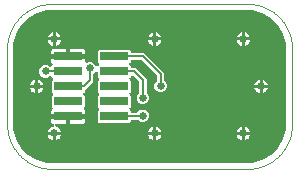
<source format=gbl>
G04 EAGLE Gerber RS-274X export*
G75*
%MOMM*%
%FSLAX35Y35*%
%LPD*%
%INcopper_bottom*%
%IPPOS*%
%AMOC8*
5,1,8,0,0,1.08239X$1,22.5*%
G01*
%ADD10C,0.000000*%
%ADD11R,2.400000X0.760000*%
%ADD12C,0.650000*%
%ADD13C,0.200000*%

G36*
X2032208Y50027D02*
X2032208Y50027D01*
X2032830Y50028D01*
X2074377Y52751D01*
X2074807Y52834D01*
X2075243Y52838D01*
X2076833Y53156D01*
X2157095Y74662D01*
X2157884Y74984D01*
X2158705Y75212D01*
X2159940Y75823D01*
X2160040Y75864D01*
X2160075Y75890D01*
X2160158Y75931D01*
X2232118Y117477D01*
X2232798Y117993D01*
X2233531Y118425D01*
X2234563Y119332D01*
X2234653Y119400D01*
X2234681Y119436D01*
X2234748Y119496D01*
X2293504Y178251D01*
X2294026Y178924D01*
X2294624Y179532D01*
X2295388Y180679D01*
X2295454Y180764D01*
X2295472Y180805D01*
X2295523Y180881D01*
X2337069Y252842D01*
X2337400Y253629D01*
X2337819Y254369D01*
X2338259Y255673D01*
X2338302Y255775D01*
X2338308Y255819D01*
X2338338Y255905D01*
X2359843Y336167D01*
X2359903Y336599D01*
X2360040Y337015D01*
X2360249Y338623D01*
X2360423Y341274D01*
X2360423Y341275D01*
X2360423Y341277D01*
X2361255Y353973D01*
X2361256Y353975D01*
X2361256Y353976D01*
X2362088Y366672D01*
X2362088Y366674D01*
X2362088Y366676D01*
X2362172Y367960D01*
X2362160Y368169D01*
X2362199Y368791D01*
X2362199Y1028209D01*
X2362173Y1028417D01*
X2362172Y1029040D01*
X2360249Y1058377D01*
X2360166Y1058807D01*
X2360162Y1059243D01*
X2359843Y1060833D01*
X2338338Y1141095D01*
X2338016Y1141884D01*
X2337788Y1142705D01*
X2337177Y1143940D01*
X2337136Y1144040D01*
X2337110Y1144075D01*
X2337069Y1144158D01*
X2295523Y1216118D01*
X2295007Y1216798D01*
X2294575Y1217531D01*
X2293668Y1218563D01*
X2293599Y1218653D01*
X2293563Y1218681D01*
X2293504Y1218748D01*
X2234748Y1277504D01*
X2234076Y1278026D01*
X2233468Y1278624D01*
X2232321Y1279388D01*
X2232235Y1279454D01*
X2232195Y1279472D01*
X2232118Y1279523D01*
X2160158Y1321069D01*
X2159371Y1321400D01*
X2158631Y1321819D01*
X2157327Y1322259D01*
X2157225Y1322302D01*
X2157181Y1322308D01*
X2157095Y1322338D01*
X2076833Y1343843D01*
X2076401Y1343903D01*
X2075985Y1344040D01*
X2074377Y1344249D01*
X2032830Y1346972D01*
X2032622Y1346960D01*
X2032000Y1346999D01*
X381000Y1346999D01*
X380792Y1346973D01*
X380169Y1346972D01*
X338623Y1344249D01*
X338193Y1344166D01*
X337756Y1344162D01*
X336167Y1343843D01*
X255905Y1322338D01*
X255116Y1322016D01*
X254295Y1321788D01*
X253060Y1321177D01*
X252960Y1321136D01*
X252924Y1321110D01*
X252842Y1321069D01*
X180881Y1279523D01*
X180202Y1279007D01*
X179468Y1278575D01*
X178437Y1277668D01*
X178347Y1277599D01*
X178318Y1277563D01*
X178251Y1277504D01*
X119496Y1218748D01*
X118974Y1218076D01*
X118376Y1217468D01*
X117612Y1216321D01*
X117546Y1216235D01*
X117528Y1216195D01*
X117477Y1216118D01*
X75931Y1144158D01*
X75600Y1143371D01*
X75181Y1142631D01*
X74741Y1141327D01*
X74698Y1141225D01*
X74691Y1141181D01*
X74662Y1141095D01*
X53156Y1060833D01*
X53097Y1060401D01*
X52960Y1059985D01*
X52751Y1058377D01*
X50803Y1028664D01*
X50803Y1028663D01*
X50803Y1028661D01*
X50028Y1016831D01*
X50040Y1016622D01*
X50000Y1016000D01*
X50000Y381000D01*
X50027Y380792D01*
X50028Y380169D01*
X52751Y338623D01*
X52834Y338193D01*
X52838Y337756D01*
X53156Y336167D01*
X74662Y255905D01*
X74984Y255116D01*
X75212Y254295D01*
X75823Y253060D01*
X75864Y252960D01*
X75890Y252924D01*
X75931Y252842D01*
X117477Y180881D01*
X117993Y180202D01*
X118425Y179468D01*
X119332Y178437D01*
X119400Y178347D01*
X119436Y178318D01*
X119496Y178251D01*
X178251Y119496D01*
X178924Y118974D01*
X179532Y118376D01*
X180679Y117612D01*
X180764Y117546D01*
X180805Y117528D01*
X180881Y117477D01*
X252842Y75931D01*
X253629Y75600D01*
X254369Y75181D01*
X255673Y74741D01*
X255775Y74698D01*
X255819Y74691D01*
X255905Y74662D01*
X336167Y53156D01*
X336599Y53097D01*
X337015Y52960D01*
X338623Y52751D01*
X380169Y50028D01*
X380378Y50040D01*
X381000Y50000D01*
X2032000Y50000D01*
X2032208Y50027D01*
G37*
%LPC*%
G36*
X778715Y386499D02*
X778715Y386499D01*
X766999Y398215D01*
X766999Y490784D01*
X775235Y499020D01*
X775963Y499958D01*
X776750Y500849D01*
X776935Y501211D01*
X777185Y501533D01*
X777657Y502624D01*
X778198Y503681D01*
X778287Y504078D01*
X778449Y504452D01*
X778635Y505623D01*
X778897Y506785D01*
X778884Y507193D01*
X778948Y507594D01*
X778837Y508775D01*
X778802Y509964D01*
X778689Y510356D01*
X778651Y510761D01*
X778249Y511879D01*
X777920Y513021D01*
X777713Y513373D01*
X777576Y513755D01*
X776909Y514738D01*
X776306Y515762D01*
X775906Y516217D01*
X775790Y516388D01*
X775635Y516525D01*
X775235Y516979D01*
X766999Y525215D01*
X766999Y617784D01*
X775235Y626020D01*
X775963Y626958D01*
X776750Y627849D01*
X776935Y628211D01*
X777185Y628533D01*
X777657Y629624D01*
X778198Y630681D01*
X778287Y631078D01*
X778449Y631452D01*
X778635Y632623D01*
X778897Y633785D01*
X778884Y634193D01*
X778948Y634594D01*
X778837Y635775D01*
X778802Y636964D01*
X778689Y637356D01*
X778651Y637761D01*
X778249Y638879D01*
X777920Y640021D01*
X777713Y640373D01*
X777576Y640755D01*
X776909Y641738D01*
X776306Y642762D01*
X775906Y643217D01*
X775790Y643388D01*
X775635Y643525D01*
X775235Y643979D01*
X766999Y652215D01*
X766999Y744784D01*
X775235Y753020D01*
X775963Y753958D01*
X776750Y754849D01*
X776935Y755211D01*
X777185Y755533D01*
X777657Y756624D01*
X778198Y757681D01*
X778287Y758078D01*
X778449Y758452D01*
X778635Y759623D01*
X778897Y760785D01*
X778884Y761193D01*
X778948Y761594D01*
X778837Y762775D01*
X778802Y763964D01*
X778689Y764356D01*
X778651Y764761D01*
X778249Y765879D01*
X777920Y767021D01*
X777713Y767373D01*
X777576Y767755D01*
X776909Y768738D01*
X776306Y769762D01*
X775906Y770217D01*
X775790Y770388D01*
X775635Y770525D01*
X775235Y770979D01*
X766999Y779215D01*
X766999Y812094D01*
X766835Y813399D01*
X766777Y814327D01*
X766732Y814468D01*
X766695Y814855D01*
X766627Y815047D01*
X766601Y815250D01*
X766090Y816541D01*
X765620Y817849D01*
X765505Y818019D01*
X765431Y818208D01*
X764618Y819328D01*
X763835Y820482D01*
X763681Y820618D01*
X763562Y820782D01*
X762493Y821668D01*
X761451Y822588D01*
X761270Y822681D01*
X761112Y822812D01*
X759853Y823405D01*
X758618Y824036D01*
X758419Y824081D01*
X758235Y824168D01*
X756873Y824429D01*
X755515Y824735D01*
X755310Y824729D01*
X755111Y824767D01*
X753730Y824682D01*
X752335Y824640D01*
X752138Y824583D01*
X751936Y824571D01*
X750621Y824146D01*
X749279Y823758D01*
X749102Y823654D01*
X748909Y823592D01*
X748230Y823163D01*
X748055Y823093D01*
X747650Y822799D01*
X746538Y822144D01*
X746327Y821959D01*
X746220Y821892D01*
X746076Y821738D01*
X745547Y821273D01*
X745481Y821225D01*
X745449Y821187D01*
X745320Y821073D01*
X733720Y809473D01*
X733117Y808695D01*
X732439Y807976D01*
X732144Y807442D01*
X731770Y806960D01*
X731378Y806056D01*
X730901Y805191D01*
X730748Y804599D01*
X730506Y804041D01*
X730352Y803068D01*
X730104Y802111D01*
X730039Y801103D01*
X730007Y800899D01*
X730018Y800776D01*
X730000Y800493D01*
X730000Y737573D01*
X708707Y716280D01*
X660720Y668293D01*
X660117Y667515D01*
X659439Y666796D01*
X659144Y666261D01*
X658770Y665780D01*
X658378Y664875D01*
X657901Y664011D01*
X657748Y663419D01*
X657506Y662860D01*
X657352Y661888D01*
X657104Y660931D01*
X657039Y659923D01*
X657007Y659719D01*
X657018Y659596D01*
X657000Y659313D01*
X657000Y652215D01*
X648765Y643980D01*
X648035Y643040D01*
X647250Y642151D01*
X647064Y641788D01*
X646815Y641467D01*
X646343Y640376D01*
X645802Y639318D01*
X645713Y638921D01*
X645551Y638548D01*
X645365Y637376D01*
X645103Y636215D01*
X645115Y635807D01*
X645052Y635406D01*
X645163Y634224D01*
X645198Y633035D01*
X645311Y632644D01*
X645349Y632238D01*
X645750Y631121D01*
X646080Y629979D01*
X646287Y629627D01*
X646424Y629245D01*
X647090Y628262D01*
X647694Y627238D01*
X648093Y626783D01*
X648210Y626612D01*
X648365Y626475D01*
X648765Y626020D01*
X657000Y617785D01*
X657000Y525215D01*
X652583Y520798D01*
X651854Y519859D01*
X651068Y518969D01*
X650882Y518606D01*
X650633Y518285D01*
X650161Y517196D01*
X649620Y516136D01*
X649530Y515738D01*
X649369Y515366D01*
X649183Y514195D01*
X648921Y513033D01*
X648933Y512625D01*
X648870Y512224D01*
X648981Y511043D01*
X649016Y509853D01*
X649129Y509462D01*
X649167Y509057D01*
X649569Y507938D01*
X649898Y506797D01*
X650105Y506446D01*
X650242Y506063D01*
X650909Y505080D01*
X651512Y504055D01*
X651911Y503601D01*
X652028Y503430D01*
X652183Y503293D01*
X652583Y502838D01*
X657326Y498095D01*
X660669Y492304D01*
X662400Y485844D01*
X662400Y463499D01*
X523302Y463499D01*
X522122Y463350D01*
X520938Y463277D01*
X520551Y463152D01*
X520146Y463101D01*
X519040Y462663D01*
X517911Y462298D01*
X517566Y462080D01*
X517188Y461931D01*
X516970Y461773D01*
X516436Y462024D01*
X515395Y462599D01*
X515000Y462701D01*
X514633Y462874D01*
X513468Y463098D01*
X512316Y463396D01*
X511711Y463435D01*
X511508Y463473D01*
X511303Y463461D01*
X510698Y463499D01*
X371599Y463499D01*
X371599Y485844D01*
X373330Y492304D01*
X376674Y498095D01*
X381417Y502838D01*
X382145Y503777D01*
X382932Y504668D01*
X383118Y505030D01*
X383367Y505352D01*
X383838Y506440D01*
X384380Y507500D01*
X384470Y507898D01*
X384631Y508271D01*
X384817Y509441D01*
X385078Y510603D01*
X385066Y511011D01*
X385130Y511412D01*
X385019Y512593D01*
X384984Y513783D01*
X384871Y514174D01*
X384833Y514579D01*
X384431Y515698D01*
X384102Y516840D01*
X383895Y517191D01*
X383758Y517573D01*
X383091Y518557D01*
X382488Y519581D01*
X382088Y520035D01*
X381972Y520206D01*
X381817Y520343D01*
X381417Y520798D01*
X376999Y525215D01*
X376999Y617785D01*
X385235Y626020D01*
X385963Y626959D01*
X386750Y627849D01*
X386935Y628211D01*
X387185Y628533D01*
X387657Y629623D01*
X388198Y630682D01*
X388288Y631080D01*
X388449Y631453D01*
X388635Y632623D01*
X388897Y633785D01*
X388884Y634193D01*
X388948Y634594D01*
X388838Y635774D01*
X388802Y636965D01*
X388688Y637358D01*
X388651Y637762D01*
X388249Y638879D01*
X387920Y640021D01*
X387713Y640372D01*
X387576Y640756D01*
X386908Y641740D01*
X386306Y642763D01*
X385906Y643217D01*
X385790Y643388D01*
X385635Y643525D01*
X385235Y643980D01*
X376999Y652215D01*
X376999Y744785D01*
X385235Y753020D01*
X385963Y753959D01*
X386750Y754849D01*
X386935Y755211D01*
X387185Y755533D01*
X387657Y756623D01*
X388198Y757682D01*
X388288Y758080D01*
X388449Y758453D01*
X388635Y759623D01*
X388897Y760785D01*
X388884Y761193D01*
X388948Y761594D01*
X388838Y762774D01*
X388802Y763965D01*
X388688Y764358D01*
X388651Y764762D01*
X388249Y765879D01*
X387920Y767021D01*
X387713Y767372D01*
X387576Y767756D01*
X386908Y768740D01*
X386306Y769763D01*
X385906Y770217D01*
X385790Y770388D01*
X385635Y770525D01*
X385235Y770980D01*
X373960Y782254D01*
X373020Y782984D01*
X372131Y783769D01*
X371769Y783954D01*
X371447Y784204D01*
X370354Y784678D01*
X369298Y785217D01*
X368902Y785307D01*
X368528Y785468D01*
X367354Y785655D01*
X366195Y785916D01*
X365788Y785903D01*
X365386Y785967D01*
X364203Y785856D01*
X363015Y785821D01*
X362624Y785708D01*
X362219Y785670D01*
X361103Y785269D01*
X359959Y784939D01*
X359607Y784732D01*
X359225Y784594D01*
X358243Y783929D01*
X357218Y783325D01*
X356763Y782925D01*
X356592Y782809D01*
X356455Y782654D01*
X356000Y782254D01*
X354738Y780992D01*
X335443Y772999D01*
X314557Y772999D01*
X295260Y780992D01*
X280492Y795760D01*
X272499Y815057D01*
X272499Y835943D01*
X280492Y855239D01*
X295260Y870008D01*
X314557Y878000D01*
X335443Y878000D01*
X354738Y870008D01*
X356000Y868746D01*
X356937Y868019D01*
X357829Y867231D01*
X358193Y867045D01*
X358514Y866796D01*
X359602Y866325D01*
X360662Y865783D01*
X361059Y865693D01*
X361433Y865532D01*
X362604Y865345D01*
X363765Y865084D01*
X364173Y865096D01*
X364574Y865033D01*
X365756Y865143D01*
X366945Y865179D01*
X367336Y865292D01*
X367742Y865330D01*
X368860Y865731D01*
X370002Y866061D01*
X370352Y866267D01*
X370736Y866405D01*
X371718Y867071D01*
X372743Y867674D01*
X373199Y868075D01*
X373368Y868190D01*
X373505Y868344D01*
X373960Y868745D01*
X381167Y875952D01*
X381896Y876891D01*
X382682Y877781D01*
X382868Y878144D01*
X383117Y878465D01*
X383588Y879554D01*
X384130Y880613D01*
X384220Y881012D01*
X384381Y881384D01*
X384567Y882555D01*
X384828Y883717D01*
X384816Y884125D01*
X384880Y884526D01*
X384769Y885707D01*
X384734Y886897D01*
X384621Y887288D01*
X384583Y887693D01*
X384181Y888811D01*
X383852Y889953D01*
X383645Y890304D01*
X383508Y890687D01*
X382841Y891670D01*
X382238Y892694D01*
X381838Y893148D01*
X381722Y893320D01*
X381567Y893457D01*
X381167Y893912D01*
X376174Y898904D01*
X372830Y904695D01*
X371099Y911155D01*
X371099Y933500D01*
X510198Y933500D01*
X511378Y933649D01*
X512562Y933722D01*
X512949Y933848D01*
X513354Y933898D01*
X514459Y934336D01*
X515589Y934701D01*
X515933Y934919D01*
X516312Y935069D01*
X516530Y935227D01*
X517064Y934975D01*
X518104Y934401D01*
X518499Y934298D01*
X518867Y934125D01*
X520032Y933902D01*
X521184Y933603D01*
X521789Y933565D01*
X521991Y933526D01*
X522197Y933539D01*
X522802Y933500D01*
X661900Y933500D01*
X661900Y910050D01*
X661963Y909558D01*
X661939Y909065D01*
X662161Y907988D01*
X662299Y906894D01*
X662481Y906433D01*
X662581Y905949D01*
X663064Y904960D01*
X663469Y903936D01*
X663760Y903536D01*
X663977Y903091D01*
X664692Y902251D01*
X665338Y901362D01*
X665719Y901046D01*
X666040Y900669D01*
X666940Y900035D01*
X667788Y899333D01*
X668236Y899121D01*
X668640Y898836D01*
X669669Y898445D01*
X670665Y897976D01*
X671150Y897883D01*
X671614Y897707D01*
X672709Y897584D01*
X673789Y897377D01*
X674283Y897408D01*
X674775Y897352D01*
X675867Y897505D01*
X676964Y897573D01*
X677434Y897725D01*
X677925Y897794D01*
X679460Y898318D01*
X689557Y902500D01*
X710443Y902500D01*
X729739Y894508D01*
X744508Y879739D01*
X746152Y875770D01*
X746397Y875340D01*
X746564Y874874D01*
X747182Y873963D01*
X747727Y873006D01*
X748072Y872651D01*
X748349Y872241D01*
X749176Y871511D01*
X749940Y870721D01*
X750361Y870463D01*
X750733Y870134D01*
X751716Y869632D01*
X752652Y869058D01*
X753124Y868912D01*
X753566Y868687D01*
X754640Y868445D01*
X755692Y868120D01*
X756186Y868097D01*
X756669Y867988D01*
X757770Y868021D01*
X758869Y867968D01*
X759354Y868068D01*
X759849Y868083D01*
X760908Y868388D01*
X761985Y868610D01*
X762429Y868827D01*
X762905Y868964D01*
X763855Y869523D01*
X764843Y870006D01*
X765220Y870327D01*
X765647Y870578D01*
X766864Y871649D01*
X774735Y879520D01*
X775463Y880458D01*
X776250Y881349D01*
X776435Y881711D01*
X776685Y882033D01*
X777157Y883124D01*
X777698Y884181D01*
X777787Y884578D01*
X777949Y884952D01*
X778135Y886123D01*
X778397Y887285D01*
X778384Y887693D01*
X778448Y888094D01*
X778337Y889275D01*
X778302Y890464D01*
X778189Y890856D01*
X778151Y891261D01*
X777749Y892379D01*
X777420Y893521D01*
X777213Y893873D01*
X777076Y894255D01*
X776408Y895239D01*
X775806Y896262D01*
X775408Y896715D01*
X775290Y896888D01*
X775134Y897026D01*
X774735Y897479D01*
X765999Y906215D01*
X765999Y998785D01*
X777715Y1010500D01*
X1034285Y1010500D01*
X1046000Y998785D01*
X1046000Y995200D01*
X1046149Y994020D01*
X1046223Y992835D01*
X1046348Y992448D01*
X1046399Y992044D01*
X1046836Y990938D01*
X1047202Y989808D01*
X1047419Y989464D01*
X1047569Y989086D01*
X1048265Y988126D01*
X1048902Y987120D01*
X1049199Y986840D01*
X1049438Y986511D01*
X1050351Y985754D01*
X1051217Y984939D01*
X1051573Y984742D01*
X1051888Y984482D01*
X1052962Y983975D01*
X1054002Y983401D01*
X1054397Y983299D01*
X1054765Y983125D01*
X1055930Y982902D01*
X1057082Y982604D01*
X1057687Y982565D01*
X1057889Y982526D01*
X1058095Y982539D01*
X1058700Y982500D01*
X1159927Y982500D01*
X1330000Y812427D01*
X1330000Y749507D01*
X1330124Y748529D01*
X1330153Y747542D01*
X1330323Y746955D01*
X1330399Y746351D01*
X1330761Y745435D01*
X1331035Y744485D01*
X1331345Y743959D01*
X1331569Y743393D01*
X1332148Y742595D01*
X1332649Y741744D01*
X1333316Y740987D01*
X1333438Y740818D01*
X1333533Y740739D01*
X1333720Y740527D01*
X1344508Y729739D01*
X1352500Y710443D01*
X1352500Y689557D01*
X1344508Y670260D01*
X1329739Y655492D01*
X1310443Y647499D01*
X1289557Y647499D01*
X1270260Y655492D01*
X1255492Y670260D01*
X1247499Y689557D01*
X1247499Y710443D01*
X1255492Y729739D01*
X1266280Y740527D01*
X1266883Y741305D01*
X1267561Y742024D01*
X1267856Y742558D01*
X1268230Y743040D01*
X1268621Y743944D01*
X1269099Y744809D01*
X1269252Y745401D01*
X1269494Y745959D01*
X1269648Y746932D01*
X1269896Y747889D01*
X1269960Y748897D01*
X1269993Y749101D01*
X1269981Y749224D01*
X1269999Y749507D01*
X1269999Y782313D01*
X1269876Y783290D01*
X1269847Y784278D01*
X1269677Y784864D01*
X1269601Y785469D01*
X1269239Y786384D01*
X1268965Y787334D01*
X1268655Y787861D01*
X1268431Y788427D01*
X1267852Y789225D01*
X1267351Y790075D01*
X1266684Y790833D01*
X1266562Y791001D01*
X1266466Y791081D01*
X1266280Y791293D01*
X1138793Y918780D01*
X1138015Y919383D01*
X1137295Y920061D01*
X1136761Y920356D01*
X1136279Y920730D01*
X1135375Y921121D01*
X1134510Y921599D01*
X1133918Y921752D01*
X1133360Y921994D01*
X1132388Y922148D01*
X1131431Y922396D01*
X1130423Y922460D01*
X1130218Y922493D01*
X1130096Y922481D01*
X1129813Y922499D01*
X1058700Y922499D01*
X1057520Y922350D01*
X1056335Y922277D01*
X1055948Y922152D01*
X1055544Y922101D01*
X1054438Y921663D01*
X1053308Y921298D01*
X1052964Y921080D01*
X1052586Y920931D01*
X1051626Y920234D01*
X1050620Y919598D01*
X1050340Y919300D01*
X1050011Y919062D01*
X1049254Y918148D01*
X1048439Y917283D01*
X1048242Y916926D01*
X1047982Y916612D01*
X1047475Y915538D01*
X1046901Y914498D01*
X1046799Y914103D01*
X1046625Y913735D01*
X1046402Y912570D01*
X1046104Y911418D01*
X1046065Y910813D01*
X1046026Y910611D01*
X1046039Y910405D01*
X1046000Y909800D01*
X1046000Y906215D01*
X1038265Y898479D01*
X1037537Y897541D01*
X1036750Y896650D01*
X1036565Y896288D01*
X1036315Y895966D01*
X1035842Y894874D01*
X1035302Y893818D01*
X1035213Y893421D01*
X1035051Y893047D01*
X1034864Y891875D01*
X1034603Y890714D01*
X1034615Y890306D01*
X1034552Y889905D01*
X1034662Y888726D01*
X1034698Y887535D01*
X1034811Y887142D01*
X1034849Y886738D01*
X1035250Y885620D01*
X1035580Y884478D01*
X1035786Y884128D01*
X1035924Y883744D01*
X1036592Y882760D01*
X1037194Y881737D01*
X1037593Y881283D01*
X1037710Y881111D01*
X1037865Y880974D01*
X1038265Y880520D01*
X1047000Y871784D01*
X1047000Y868200D01*
X1047149Y867020D01*
X1047223Y865835D01*
X1047348Y865448D01*
X1047399Y865044D01*
X1047836Y863938D01*
X1048202Y862808D01*
X1048419Y862464D01*
X1048569Y862086D01*
X1049265Y861126D01*
X1049902Y860120D01*
X1050199Y859840D01*
X1050438Y859511D01*
X1051351Y858754D01*
X1052217Y857939D01*
X1052573Y857742D01*
X1052888Y857482D01*
X1053962Y856975D01*
X1055002Y856401D01*
X1055397Y856299D01*
X1055765Y856125D01*
X1056930Y855902D01*
X1058082Y855604D01*
X1058687Y855565D01*
X1058889Y855526D01*
X1059095Y855539D01*
X1059700Y855500D01*
X1086927Y855500D01*
X1180000Y762427D01*
X1180000Y649507D01*
X1180124Y648528D01*
X1180153Y647542D01*
X1180323Y646955D01*
X1180399Y646351D01*
X1180761Y645435D01*
X1181035Y644485D01*
X1181345Y643959D01*
X1181569Y643393D01*
X1182148Y642595D01*
X1182649Y641744D01*
X1183316Y640987D01*
X1183438Y640818D01*
X1183533Y640739D01*
X1183720Y640527D01*
X1194508Y629739D01*
X1202500Y610443D01*
X1202500Y589557D01*
X1194508Y570260D01*
X1179739Y555492D01*
X1160443Y547499D01*
X1139557Y547499D01*
X1120260Y555492D01*
X1105492Y570260D01*
X1097499Y589557D01*
X1097499Y610443D01*
X1105492Y629739D01*
X1116280Y640527D01*
X1116883Y641305D01*
X1117561Y642024D01*
X1117856Y642558D01*
X1118230Y643040D01*
X1118621Y643944D01*
X1119099Y644809D01*
X1119252Y645401D01*
X1119494Y645959D01*
X1119648Y646932D01*
X1119896Y647889D01*
X1119960Y648897D01*
X1119993Y649101D01*
X1119981Y649224D01*
X1119999Y649507D01*
X1119999Y732313D01*
X1119876Y733290D01*
X1119847Y734278D01*
X1119677Y734864D01*
X1119601Y735469D01*
X1119239Y736384D01*
X1118965Y737334D01*
X1118655Y737861D01*
X1118431Y738427D01*
X1117852Y739225D01*
X1117351Y740075D01*
X1116684Y740833D01*
X1116562Y741001D01*
X1116466Y741081D01*
X1116280Y741293D01*
X1068679Y788893D01*
X1067584Y789743D01*
X1066512Y790631D01*
X1066327Y790718D01*
X1066166Y790843D01*
X1064893Y791394D01*
X1063634Y791988D01*
X1063434Y792026D01*
X1063247Y792107D01*
X1061877Y792325D01*
X1060510Y792587D01*
X1060307Y792574D01*
X1060105Y792606D01*
X1058723Y792476D01*
X1057335Y792391D01*
X1057141Y792328D01*
X1056938Y792309D01*
X1055629Y791839D01*
X1054308Y791412D01*
X1054137Y791303D01*
X1053944Y791234D01*
X1052796Y790455D01*
X1051620Y789711D01*
X1051479Y789562D01*
X1051312Y789448D01*
X1050395Y788411D01*
X1049439Y787396D01*
X1049340Y787217D01*
X1049205Y787064D01*
X1048574Y785830D01*
X1047901Y784611D01*
X1047850Y784413D01*
X1047757Y784232D01*
X1047452Y782878D01*
X1047104Y781531D01*
X1047086Y781250D01*
X1047058Y781128D01*
X1047065Y780920D01*
X1047000Y779913D01*
X1047000Y779215D01*
X1038765Y770979D01*
X1038037Y770041D01*
X1037250Y769150D01*
X1037065Y768788D01*
X1036815Y768466D01*
X1036343Y767377D01*
X1035802Y766318D01*
X1035712Y765919D01*
X1035551Y765547D01*
X1035365Y764377D01*
X1035103Y763214D01*
X1035115Y762806D01*
X1035052Y762405D01*
X1035162Y761226D01*
X1035198Y760035D01*
X1035311Y759642D01*
X1035349Y759238D01*
X1035750Y758120D01*
X1036080Y756978D01*
X1036286Y756628D01*
X1036424Y756244D01*
X1037092Y755260D01*
X1037694Y754237D01*
X1038093Y753783D01*
X1038210Y753611D01*
X1038365Y753474D01*
X1038765Y753020D01*
X1047000Y744784D01*
X1047000Y652215D01*
X1038765Y643979D01*
X1038037Y643041D01*
X1037250Y642150D01*
X1037065Y641788D01*
X1036815Y641466D01*
X1036343Y640377D01*
X1035802Y639318D01*
X1035712Y638919D01*
X1035551Y638547D01*
X1035365Y637377D01*
X1035103Y636214D01*
X1035115Y635806D01*
X1035052Y635405D01*
X1035162Y634226D01*
X1035198Y633035D01*
X1035311Y632642D01*
X1035349Y632238D01*
X1035750Y631120D01*
X1036080Y629978D01*
X1036286Y629628D01*
X1036424Y629244D01*
X1037092Y628260D01*
X1037694Y627237D01*
X1038093Y626783D01*
X1038210Y626611D01*
X1038365Y626474D01*
X1038765Y626020D01*
X1047000Y617784D01*
X1047000Y525215D01*
X1038765Y516979D01*
X1038037Y516041D01*
X1037250Y515150D01*
X1037065Y514788D01*
X1036815Y514466D01*
X1036343Y513377D01*
X1035802Y512318D01*
X1035712Y511919D01*
X1035551Y511547D01*
X1035365Y510377D01*
X1035103Y509214D01*
X1035115Y508806D01*
X1035052Y508405D01*
X1035162Y507226D01*
X1035198Y506035D01*
X1035311Y505642D01*
X1035349Y505238D01*
X1035750Y504120D01*
X1036080Y502978D01*
X1036286Y502628D01*
X1036424Y502244D01*
X1037092Y501260D01*
X1037694Y500237D01*
X1038093Y499783D01*
X1038210Y499611D01*
X1038365Y499474D01*
X1038765Y499020D01*
X1047000Y490784D01*
X1047000Y487200D01*
X1047149Y486020D01*
X1047223Y484835D01*
X1047348Y484448D01*
X1047399Y484044D01*
X1047836Y482938D01*
X1048202Y481808D01*
X1048419Y481464D01*
X1048569Y481086D01*
X1049265Y480126D01*
X1049902Y479120D01*
X1050199Y478840D01*
X1050438Y478511D01*
X1051351Y477754D01*
X1052217Y476939D01*
X1052573Y476742D01*
X1052888Y476482D01*
X1053962Y475975D01*
X1055002Y475401D01*
X1055397Y475299D01*
X1055765Y475125D01*
X1056930Y474902D01*
X1058082Y474604D01*
X1058687Y474565D01*
X1058889Y474526D01*
X1059095Y474539D01*
X1059700Y474500D01*
X1094993Y474500D01*
X1095971Y474624D01*
X1096958Y474653D01*
X1097545Y474823D01*
X1098149Y474899D01*
X1099065Y475261D01*
X1100014Y475535D01*
X1100541Y475845D01*
X1101107Y476069D01*
X1101905Y476648D01*
X1102756Y477149D01*
X1103513Y477816D01*
X1103682Y477938D01*
X1103761Y478033D01*
X1103973Y478220D01*
X1120260Y494508D01*
X1139557Y502500D01*
X1160443Y502500D01*
X1179739Y494508D01*
X1194508Y479739D01*
X1202500Y460443D01*
X1202500Y439557D01*
X1194508Y420260D01*
X1179739Y405492D01*
X1160443Y397499D01*
X1139557Y397499D01*
X1120260Y405492D01*
X1114973Y410780D01*
X1114195Y411383D01*
X1113476Y412061D01*
X1112941Y412356D01*
X1112460Y412730D01*
X1111555Y413121D01*
X1110691Y413599D01*
X1110099Y413752D01*
X1109540Y413994D01*
X1108568Y414148D01*
X1107611Y414396D01*
X1106603Y414460D01*
X1106399Y414493D01*
X1106276Y414481D01*
X1105993Y414499D01*
X1059700Y414499D01*
X1058520Y414350D01*
X1057335Y414277D01*
X1056948Y414152D01*
X1056544Y414101D01*
X1055438Y413663D01*
X1054308Y413298D01*
X1053964Y413080D01*
X1053586Y412931D01*
X1052626Y412234D01*
X1051620Y411598D01*
X1051340Y411300D01*
X1051011Y411062D01*
X1050254Y410148D01*
X1049439Y409283D01*
X1049242Y408926D01*
X1048982Y408612D01*
X1048475Y407538D01*
X1047901Y406498D01*
X1047799Y406103D01*
X1047625Y405735D01*
X1047402Y404570D01*
X1047104Y403418D01*
X1047065Y402813D01*
X1047026Y402611D01*
X1047039Y402405D01*
X1047000Y401800D01*
X1047000Y398215D01*
X1035285Y386499D01*
X778715Y386499D01*
G37*
%LPD*%
%LPC*%
G36*
X399997Y312701D02*
X399997Y312701D01*
X343491Y312701D01*
X344324Y316888D01*
X348689Y327427D01*
X355026Y336910D01*
X363090Y344974D01*
X372573Y351310D01*
X383111Y355675D01*
X390203Y357086D01*
X390470Y357175D01*
X390750Y357208D01*
X391975Y357677D01*
X393221Y358093D01*
X393458Y358245D01*
X393721Y358346D01*
X394788Y359104D01*
X395893Y359817D01*
X396086Y360025D01*
X396315Y360188D01*
X397160Y361187D01*
X398054Y362152D01*
X398188Y362401D01*
X398370Y362616D01*
X398943Y363798D01*
X399566Y364951D01*
X399634Y365224D01*
X399757Y365478D01*
X400018Y366765D01*
X400335Y368038D01*
X400333Y368320D01*
X400389Y368596D01*
X400323Y369907D01*
X400313Y371219D01*
X400242Y371491D01*
X400227Y371773D01*
X399836Y373028D01*
X399502Y374294D01*
X399364Y374540D01*
X399280Y374810D01*
X398590Y375928D01*
X397951Y377072D01*
X397757Y377276D01*
X397608Y377516D01*
X396661Y378428D01*
X395758Y379377D01*
X395520Y379526D01*
X395316Y379722D01*
X394171Y380371D01*
X393062Y381065D01*
X392794Y381150D01*
X392548Y381289D01*
X391012Y381808D01*
X387195Y382830D01*
X381403Y386174D01*
X376674Y390903D01*
X373330Y396695D01*
X371599Y403155D01*
X371599Y425500D01*
X498000Y425500D01*
X498000Y381099D01*
X418011Y381099D01*
X417664Y381056D01*
X417315Y381080D01*
X416090Y380857D01*
X414855Y380701D01*
X414530Y380572D01*
X414186Y380509D01*
X413055Y379989D01*
X411897Y379531D01*
X411614Y379325D01*
X411296Y379179D01*
X410331Y378393D01*
X409323Y377662D01*
X409099Y377392D01*
X408828Y377172D01*
X408089Y376173D01*
X407293Y375212D01*
X407144Y374895D01*
X406936Y374614D01*
X406469Y373463D01*
X405937Y372335D01*
X405871Y371991D01*
X405739Y371667D01*
X405573Y370435D01*
X405338Y369211D01*
X405359Y368861D01*
X405313Y368515D01*
X405458Y367277D01*
X405534Y366036D01*
X405641Y365704D01*
X405682Y365355D01*
X406131Y364190D01*
X406513Y363009D01*
X406700Y362713D01*
X406826Y362387D01*
X407548Y361372D01*
X408213Y360321D01*
X408468Y360081D01*
X408671Y359795D01*
X409624Y358992D01*
X410529Y358139D01*
X410835Y357970D01*
X411103Y357744D01*
X412224Y357203D01*
X413314Y356601D01*
X413653Y356513D01*
X413968Y356362D01*
X415534Y355944D01*
X416890Y355675D01*
X427427Y351310D01*
X436910Y344974D01*
X444974Y336910D01*
X451310Y327427D01*
X455675Y316888D01*
X456508Y312701D01*
X400003Y312701D01*
X400001Y312700D01*
X399997Y312701D01*
G37*
%LPD*%
%LPC*%
G36*
X535499Y971499D02*
X535499Y971499D01*
X535499Y1015900D01*
X639844Y1015900D01*
X646304Y1014169D01*
X652096Y1010825D01*
X656825Y1006096D01*
X660169Y1000304D01*
X661900Y993844D01*
X661900Y971499D01*
X535499Y971499D01*
G37*
%LPD*%
%LPC*%
G36*
X371099Y971499D02*
X371099Y971499D01*
X371099Y993844D01*
X372830Y1000304D01*
X376174Y1006096D01*
X380903Y1010825D01*
X386695Y1014169D01*
X393155Y1015900D01*
X497500Y1015900D01*
X497500Y971499D01*
X371099Y971499D01*
G37*
%LPD*%
%LPC*%
G36*
X535999Y381099D02*
X535999Y381099D01*
X535999Y425500D01*
X662400Y425500D01*
X662400Y403155D01*
X660669Y396695D01*
X657325Y390903D01*
X652596Y386174D01*
X646804Y382830D01*
X640344Y381099D01*
X535999Y381099D01*
G37*
%LPD*%
%LPC*%
G36*
X1262701Y1112701D02*
X1262701Y1112701D01*
X1262701Y1156508D01*
X1266888Y1155675D01*
X1277427Y1151310D01*
X1286910Y1144974D01*
X1294974Y1136910D01*
X1301310Y1127427D01*
X1305675Y1116888D01*
X1306508Y1112701D01*
X1262701Y1112701D01*
G37*
%LPD*%
%LPC*%
G36*
X412701Y1112701D02*
X412701Y1112701D01*
X412701Y1156508D01*
X416888Y1155675D01*
X427427Y1151310D01*
X436910Y1144974D01*
X444974Y1136910D01*
X451310Y1127427D01*
X455675Y1116888D01*
X456508Y1112701D01*
X412701Y1112701D01*
G37*
%LPD*%
%LPC*%
G36*
X2012701Y1112701D02*
X2012701Y1112701D01*
X2012701Y1156508D01*
X2016888Y1155675D01*
X2027427Y1151310D01*
X2036910Y1144974D01*
X2044974Y1136910D01*
X2051310Y1127427D01*
X2055675Y1116888D01*
X2056508Y1112701D01*
X2012701Y1112701D01*
G37*
%LPD*%
%LPC*%
G36*
X2162701Y712701D02*
X2162701Y712701D01*
X2162701Y756508D01*
X2166888Y755675D01*
X2177427Y751310D01*
X2186910Y744974D01*
X2194974Y736910D01*
X2201310Y727427D01*
X2205675Y716888D01*
X2206508Y712701D01*
X2162701Y712701D01*
G37*
%LPD*%
%LPC*%
G36*
X262701Y712701D02*
X262701Y712701D01*
X262701Y756508D01*
X266888Y755675D01*
X277427Y751310D01*
X286910Y744974D01*
X294974Y736910D01*
X301310Y727427D01*
X305675Y716888D01*
X306508Y712701D01*
X262701Y712701D01*
G37*
%LPD*%
%LPC*%
G36*
X1262701Y312701D02*
X1262701Y312701D01*
X1262701Y356508D01*
X1266888Y355675D01*
X1277427Y351310D01*
X1286910Y344974D01*
X1294974Y336910D01*
X1301310Y327427D01*
X1305675Y316888D01*
X1306508Y312701D01*
X1262701Y312701D01*
G37*
%LPD*%
%LPC*%
G36*
X2012701Y312701D02*
X2012701Y312701D01*
X2012701Y356508D01*
X2016888Y355675D01*
X2027427Y351310D01*
X2036910Y344974D01*
X2044974Y336910D01*
X2051310Y327427D01*
X2055675Y316888D01*
X2056508Y312701D01*
X2012701Y312701D01*
G37*
%LPD*%
%LPC*%
G36*
X343491Y1112701D02*
X343491Y1112701D01*
X344324Y1116888D01*
X348689Y1127427D01*
X355026Y1136910D01*
X363090Y1144974D01*
X372573Y1151310D01*
X383111Y1155675D01*
X387299Y1156508D01*
X387299Y1112701D01*
X343491Y1112701D01*
G37*
%LPD*%
%LPC*%
G36*
X1193491Y1112701D02*
X1193491Y1112701D01*
X1194324Y1116888D01*
X1198689Y1127427D01*
X1205026Y1136910D01*
X1213090Y1144974D01*
X1222573Y1151310D01*
X1233111Y1155675D01*
X1237299Y1156508D01*
X1237299Y1112701D01*
X1193491Y1112701D01*
G37*
%LPD*%
%LPC*%
G36*
X1943491Y1112701D02*
X1943491Y1112701D01*
X1944324Y1116888D01*
X1948689Y1127427D01*
X1955026Y1136910D01*
X1963090Y1144974D01*
X1972573Y1151310D01*
X1983111Y1155675D01*
X1987299Y1156508D01*
X1987299Y1112701D01*
X1943491Y1112701D01*
G37*
%LPD*%
%LPC*%
G36*
X2012701Y1087299D02*
X2012701Y1087299D01*
X2056508Y1087299D01*
X2055675Y1083111D01*
X2051310Y1072573D01*
X2044974Y1063090D01*
X2036910Y1055026D01*
X2027427Y1048689D01*
X2016888Y1044324D01*
X2012701Y1043491D01*
X2012701Y1087299D01*
G37*
%LPD*%
%LPC*%
G36*
X1262701Y1087299D02*
X1262701Y1087299D01*
X1306508Y1087299D01*
X1305675Y1083111D01*
X1301310Y1072573D01*
X1294974Y1063090D01*
X1286910Y1055026D01*
X1277427Y1048689D01*
X1266888Y1044324D01*
X1262701Y1043491D01*
X1262701Y1087299D01*
G37*
%LPD*%
%LPC*%
G36*
X412701Y1087299D02*
X412701Y1087299D01*
X456508Y1087299D01*
X455675Y1083111D01*
X451310Y1072573D01*
X444974Y1063090D01*
X436910Y1055026D01*
X427427Y1048689D01*
X416888Y1044324D01*
X412701Y1043491D01*
X412701Y1087299D01*
G37*
%LPD*%
%LPC*%
G36*
X262701Y687299D02*
X262701Y687299D01*
X306508Y687299D01*
X305675Y683111D01*
X301310Y672573D01*
X294974Y663090D01*
X286910Y655026D01*
X277427Y648689D01*
X266888Y644324D01*
X262701Y643491D01*
X262701Y687299D01*
G37*
%LPD*%
%LPC*%
G36*
X2093491Y712701D02*
X2093491Y712701D01*
X2094324Y716888D01*
X2098689Y727427D01*
X2105026Y736910D01*
X2113090Y744974D01*
X2122573Y751310D01*
X2133111Y755675D01*
X2137299Y756508D01*
X2137299Y712701D01*
X2093491Y712701D01*
G37*
%LPD*%
%LPC*%
G36*
X193491Y712701D02*
X193491Y712701D01*
X194324Y716888D01*
X198689Y727427D01*
X205026Y736910D01*
X213090Y744974D01*
X222573Y751310D01*
X233111Y755675D01*
X237299Y756508D01*
X237299Y712701D01*
X193491Y712701D01*
G37*
%LPD*%
%LPC*%
G36*
X2162701Y687299D02*
X2162701Y687299D01*
X2206508Y687299D01*
X2205675Y683111D01*
X2201310Y672573D01*
X2194974Y663090D01*
X2186910Y655026D01*
X2177427Y648689D01*
X2166888Y644324D01*
X2162701Y643491D01*
X2162701Y687299D01*
G37*
%LPD*%
%LPC*%
G36*
X1193491Y312701D02*
X1193491Y312701D01*
X1194324Y316888D01*
X1198689Y327427D01*
X1205026Y336910D01*
X1213090Y344974D01*
X1222573Y351310D01*
X1233111Y355675D01*
X1237299Y356508D01*
X1237299Y312701D01*
X1193491Y312701D01*
G37*
%LPD*%
%LPC*%
G36*
X1943491Y312701D02*
X1943491Y312701D01*
X1944324Y316888D01*
X1948689Y327427D01*
X1955026Y336910D01*
X1963090Y344974D01*
X1972573Y351310D01*
X1983111Y355675D01*
X1987299Y356508D01*
X1987299Y312701D01*
X1943491Y312701D01*
G37*
%LPD*%
%LPC*%
G36*
X412701Y287299D02*
X412701Y287299D01*
X456508Y287299D01*
X455675Y283111D01*
X451310Y272573D01*
X444974Y263090D01*
X436910Y255026D01*
X427427Y248689D01*
X416888Y244324D01*
X412701Y243491D01*
X412701Y287299D01*
G37*
%LPD*%
%LPC*%
G36*
X2012701Y287299D02*
X2012701Y287299D01*
X2056508Y287299D01*
X2055675Y283111D01*
X2051310Y272573D01*
X2044974Y263090D01*
X2036910Y255026D01*
X2027427Y248689D01*
X2016888Y244324D01*
X2012701Y243491D01*
X2012701Y287299D01*
G37*
%LPD*%
%LPC*%
G36*
X1262701Y287299D02*
X1262701Y287299D01*
X1306508Y287299D01*
X1305675Y283111D01*
X1301310Y272573D01*
X1294974Y263090D01*
X1286910Y255026D01*
X1277427Y248689D01*
X1266888Y244324D01*
X1262701Y243491D01*
X1262701Y287299D01*
G37*
%LPD*%
%LPC*%
G36*
X1983111Y1044324D02*
X1983111Y1044324D01*
X1972573Y1048689D01*
X1963090Y1055026D01*
X1955026Y1063090D01*
X1948689Y1072573D01*
X1944324Y1083111D01*
X1943491Y1087299D01*
X1987299Y1087299D01*
X1987299Y1043491D01*
X1983111Y1044324D01*
G37*
%LPD*%
%LPC*%
G36*
X1233111Y1044324D02*
X1233111Y1044324D01*
X1222573Y1048689D01*
X1213090Y1055026D01*
X1205026Y1063090D01*
X1198689Y1072573D01*
X1194324Y1083111D01*
X1193491Y1087299D01*
X1237299Y1087299D01*
X1237299Y1043491D01*
X1233111Y1044324D01*
G37*
%LPD*%
%LPC*%
G36*
X2133111Y644324D02*
X2133111Y644324D01*
X2122573Y648689D01*
X2113090Y655026D01*
X2105026Y663090D01*
X2098689Y672573D01*
X2094324Y683111D01*
X2093491Y687299D01*
X2137299Y687299D01*
X2137299Y643491D01*
X2133111Y644324D01*
G37*
%LPD*%
%LPC*%
G36*
X233111Y644324D02*
X233111Y644324D01*
X222573Y648689D01*
X213090Y655026D01*
X205026Y663090D01*
X198689Y672573D01*
X194324Y683111D01*
X193491Y687299D01*
X237299Y687299D01*
X237299Y643491D01*
X233111Y644324D01*
G37*
%LPD*%
%LPC*%
G36*
X383111Y1044324D02*
X383111Y1044324D01*
X372573Y1048689D01*
X363090Y1055026D01*
X355026Y1063090D01*
X348689Y1072573D01*
X344324Y1083111D01*
X343491Y1087299D01*
X387299Y1087299D01*
X387299Y1043491D01*
X383111Y1044324D01*
G37*
%LPD*%
%LPC*%
G36*
X383111Y244324D02*
X383111Y244324D01*
X372573Y248689D01*
X363090Y255026D01*
X355026Y263090D01*
X348689Y272573D01*
X344324Y283111D01*
X343491Y287299D01*
X387299Y287299D01*
X387299Y243491D01*
X383111Y244324D01*
G37*
%LPD*%
%LPC*%
G36*
X1983111Y244324D02*
X1983111Y244324D01*
X1972573Y248689D01*
X1963090Y255026D01*
X1955026Y263090D01*
X1948689Y272573D01*
X1944324Y283111D01*
X1943491Y287299D01*
X1987299Y287299D01*
X1987299Y243491D01*
X1983111Y244324D01*
G37*
%LPD*%
%LPC*%
G36*
X1233111Y244324D02*
X1233111Y244324D01*
X1222573Y248689D01*
X1213090Y255026D01*
X1205026Y263090D01*
X1198689Y272573D01*
X1194324Y283111D01*
X1193491Y287299D01*
X1237299Y287299D01*
X1237299Y243491D01*
X1233111Y244324D01*
G37*
%LPD*%
D10*
X0Y1016000D02*
X0Y381000D01*
X0Y1016000D02*
X111Y1025206D01*
X445Y1034407D01*
X1001Y1043598D01*
X1779Y1052772D01*
X2778Y1061924D01*
X3998Y1071050D01*
X5438Y1080144D01*
X7098Y1089200D01*
X8976Y1098214D01*
X11071Y1107179D01*
X13382Y1116092D01*
X15908Y1124945D01*
X18647Y1133735D01*
X21598Y1142457D01*
X24759Y1151104D01*
X28127Y1159673D01*
X31702Y1168158D01*
X35481Y1176554D01*
X39461Y1184856D01*
X43641Y1193060D01*
X48018Y1201160D01*
X52590Y1209152D01*
X57353Y1217031D01*
X62305Y1224793D01*
X67443Y1232433D01*
X72765Y1239946D01*
X78266Y1247329D01*
X83944Y1254577D01*
X89796Y1261685D01*
X95817Y1268650D01*
X102006Y1275467D01*
X108357Y1282133D01*
X114867Y1288643D01*
X121533Y1294994D01*
X128350Y1301183D01*
X135315Y1307204D01*
X142423Y1313056D01*
X149671Y1318734D01*
X157054Y1324235D01*
X164567Y1329557D01*
X172207Y1334695D01*
X179969Y1339647D01*
X187848Y1344410D01*
X195840Y1348982D01*
X203940Y1353359D01*
X212144Y1357539D01*
X220446Y1361519D01*
X228842Y1365298D01*
X237327Y1368873D01*
X245896Y1372241D01*
X254543Y1375402D01*
X263265Y1378353D01*
X272055Y1381092D01*
X280908Y1383618D01*
X289821Y1385929D01*
X298786Y1388024D01*
X307800Y1389902D01*
X316856Y1391562D01*
X325950Y1393002D01*
X335076Y1394222D01*
X344228Y1395221D01*
X353402Y1395999D01*
X362593Y1396555D01*
X371794Y1396889D01*
X381000Y1397000D01*
X0Y381000D02*
X111Y371794D01*
X445Y362593D01*
X1001Y353402D01*
X1779Y344228D01*
X2778Y335076D01*
X3998Y325950D01*
X5438Y316856D01*
X7098Y307800D01*
X8976Y298786D01*
X11071Y289821D01*
X13382Y280908D01*
X15908Y272055D01*
X18647Y263265D01*
X21598Y254543D01*
X24759Y245896D01*
X28127Y237327D01*
X31702Y228842D01*
X35481Y220446D01*
X39461Y212144D01*
X43641Y203940D01*
X48018Y195840D01*
X52590Y187848D01*
X57353Y179969D01*
X62305Y172207D01*
X67443Y164567D01*
X72765Y157054D01*
X78266Y149671D01*
X83944Y142423D01*
X89796Y135315D01*
X95817Y128350D01*
X102006Y121533D01*
X108357Y114867D01*
X114867Y108357D01*
X121533Y102006D01*
X128350Y95817D01*
X135315Y89796D01*
X142423Y83944D01*
X149671Y78266D01*
X157054Y72765D01*
X164567Y67443D01*
X172207Y62305D01*
X179969Y57353D01*
X187848Y52590D01*
X195840Y48018D01*
X203940Y43641D01*
X212144Y39461D01*
X220446Y35481D01*
X228842Y31702D01*
X237327Y28127D01*
X245896Y24759D01*
X254543Y21598D01*
X263265Y18647D01*
X272055Y15908D01*
X280908Y13382D01*
X289821Y11071D01*
X298786Y8976D01*
X307800Y7098D01*
X316856Y5438D01*
X325950Y3998D01*
X335076Y2778D01*
X344228Y1779D01*
X353402Y1001D01*
X362593Y445D01*
X371794Y111D01*
X381000Y0D01*
X2413000Y381000D02*
X2413000Y1016000D01*
X2413000Y381000D02*
X2412889Y371794D01*
X2412555Y362593D01*
X2411999Y353402D01*
X2411221Y344228D01*
X2410222Y335076D01*
X2409002Y325950D01*
X2407562Y316856D01*
X2405902Y307800D01*
X2404024Y298786D01*
X2401929Y289821D01*
X2399618Y280908D01*
X2397092Y272055D01*
X2394353Y263265D01*
X2391402Y254543D01*
X2388241Y245896D01*
X2384873Y237327D01*
X2381298Y228842D01*
X2377519Y220446D01*
X2373539Y212144D01*
X2369359Y203940D01*
X2364982Y195840D01*
X2360410Y187848D01*
X2355647Y179969D01*
X2350695Y172207D01*
X2345557Y164567D01*
X2340235Y157054D01*
X2334734Y149671D01*
X2329056Y142423D01*
X2323204Y135315D01*
X2317183Y128350D01*
X2310994Y121533D01*
X2304643Y114867D01*
X2298133Y108357D01*
X2291467Y102006D01*
X2284650Y95817D01*
X2277685Y89796D01*
X2270577Y83944D01*
X2263329Y78266D01*
X2255946Y72765D01*
X2248433Y67443D01*
X2240793Y62305D01*
X2233031Y57353D01*
X2225152Y52590D01*
X2217160Y48018D01*
X2209060Y43641D01*
X2200856Y39461D01*
X2192554Y35481D01*
X2184158Y31702D01*
X2175673Y28127D01*
X2167104Y24759D01*
X2158457Y21598D01*
X2149735Y18647D01*
X2140945Y15908D01*
X2132092Y13382D01*
X2123179Y11071D01*
X2114214Y8976D01*
X2105200Y7098D01*
X2096144Y5438D01*
X2087050Y3998D01*
X2077924Y2778D01*
X2068772Y1779D01*
X2059598Y1001D01*
X2050407Y445D01*
X2041206Y111D01*
X2032000Y0D01*
X2413000Y1016000D02*
X2412889Y1025206D01*
X2412555Y1034407D01*
X2411999Y1043598D01*
X2411221Y1052772D01*
X2410222Y1061924D01*
X2409002Y1071050D01*
X2407562Y1080144D01*
X2405902Y1089200D01*
X2404024Y1098214D01*
X2401929Y1107179D01*
X2399618Y1116092D01*
X2397092Y1124945D01*
X2394353Y1133735D01*
X2391402Y1142457D01*
X2388241Y1151104D01*
X2384873Y1159673D01*
X2381298Y1168158D01*
X2377519Y1176554D01*
X2373539Y1184856D01*
X2369359Y1193060D01*
X2364982Y1201160D01*
X2360410Y1209152D01*
X2355647Y1217031D01*
X2350695Y1224793D01*
X2345557Y1232433D01*
X2340235Y1239946D01*
X2334734Y1247329D01*
X2329056Y1254577D01*
X2323204Y1261685D01*
X2317183Y1268650D01*
X2310994Y1275467D01*
X2304643Y1282133D01*
X2298133Y1288643D01*
X2291467Y1294994D01*
X2284650Y1301183D01*
X2277685Y1307204D01*
X2270577Y1313056D01*
X2263329Y1318734D01*
X2255946Y1324235D01*
X2248433Y1329557D01*
X2240793Y1334695D01*
X2233031Y1339647D01*
X2225152Y1344410D01*
X2217160Y1348982D01*
X2209060Y1353359D01*
X2200856Y1357539D01*
X2192554Y1361519D01*
X2184158Y1365298D01*
X2175673Y1368873D01*
X2167104Y1372241D01*
X2158457Y1375402D01*
X2149735Y1378353D01*
X2140945Y1381092D01*
X2132092Y1383618D01*
X2123179Y1385929D01*
X2114214Y1388024D01*
X2105200Y1389902D01*
X2096144Y1391562D01*
X2087050Y1393002D01*
X2077924Y1394222D01*
X2068772Y1395221D01*
X2059598Y1395999D01*
X2050407Y1396555D01*
X2041206Y1396889D01*
X2032000Y1397000D01*
X381000Y1397000D01*
X381000Y0D02*
X2032000Y0D01*
D11*
X516500Y952500D03*
X517000Y825500D03*
X517000Y698500D03*
X517000Y571500D03*
X517000Y444500D03*
X907000Y444500D03*
X907000Y571500D03*
X907000Y698500D03*
X907000Y825500D03*
X906000Y952500D03*
D12*
X400000Y1100000D03*
X400000Y300000D03*
X2000000Y300000D03*
X2000000Y1100000D03*
X250000Y700000D03*
X2150000Y700000D03*
X1250000Y1100000D03*
X1250000Y300000D03*
X1150000Y450000D03*
D13*
X1144500Y444500D01*
X907000Y444500D01*
D12*
X1150000Y600000D03*
D13*
X1150000Y750000D01*
X1074500Y825500D02*
X907000Y825500D01*
X1074500Y825500D02*
X1150000Y750000D01*
D12*
X1300000Y700000D03*
D13*
X1147500Y952500D02*
X906000Y952500D01*
X1147500Y952500D02*
X1300000Y800000D01*
X1300000Y700000D01*
D12*
X700000Y850000D03*
D13*
X648500Y698500D02*
X517000Y698500D01*
X648500Y698500D02*
X700000Y750000D01*
X700000Y850000D01*
X517000Y825500D02*
X325000Y825500D01*
D12*
X325000Y825500D03*
M02*

</source>
